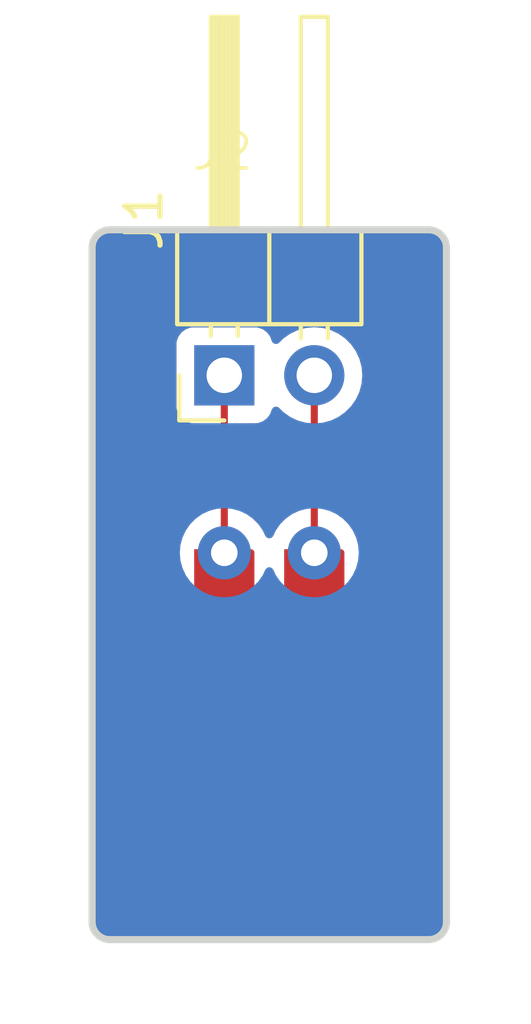
<source format=kicad_pcb>
(kicad_pcb (version 20221018) (generator pcbnew)
  (layers (0 "F.Cu" signal) (31 "B.Cu" signal) (34 "B.Paste" user) (35 "F.Paste" user) (36 "B.SilkS" user "B.Silkscreen") (37 "F.SilkS" user "F.Silkscreen") (38 "B.Mask" user) (39 "F.Mask" user) (44 "Edge.Cuts" user))
  (net 0 "")
  (net 1 "/+")
  (net 2 "/-")
  (footprint "Connector_PinHeader_2.54mm:PinHeader_1x02_P2.54mm_Horizontal" (layer "F.Cu") (at -1.27 0 90)
    (fp_text reference "J1" (at 4.385 -2.27 90) (layer "F.SilkS"))
    (fp_text value "Conn_01x02")
    (fp_line (start -1.27 -1.27) (end 0 -1.27) (stroke (width 0.12)) (layer "F.SilkS"))
    (fp_line (start -1.27 0) (end -1.27 -1.27) (stroke (width 0.12)) (layer "F.SilkS"))
    (fp_line (start 1.042929 2.16) (end 1.44 2.16) (stroke (width 0.12)) (layer "F.SilkS"))
    (fp_line (start 1.042929 2.92) (end 1.44 2.92) (stroke (width 0.12)) (layer "F.SilkS"))
    (fp_line (start 1.11 -0.38) (end 1.44 -0.38) (stroke (width 0.12)) (layer "F.SilkS"))
    (fp_line (start 1.11 0.38) (end 1.44 0.38) (stroke (width 0.12)) (layer "F.SilkS"))
    (fp_line (start 1.44 -1.33) (end 1.44 3.87) (stroke (width 0.12)) (layer "F.SilkS"))
    (fp_line (start 1.44 1.27) (end 4.1 1.27) (stroke (width 0.12)) (layer "F.SilkS"))
    (fp_line (start 1.44 3.87) (end 4.1 3.87) (stroke (width 0.12)) (layer "F.SilkS"))
    (fp_line (start 4.1 -1.33) (end 1.44 -1.33) (stroke (width 0.12)) (layer "F.SilkS"))
    (fp_line (start 4.1 -0.38) (end 10.1 -0.38) (stroke (width 0.12)) (layer "F.SilkS"))
    (fp_line (start 4.1 -0.32) (end 10.1 -0.32) (stroke (width 0.12)) (layer "F.SilkS"))
    (fp_line (start 4.1 -0.2) (end 10.1 -0.2) (stroke (width 0.12)) (layer "F.SilkS"))
    (fp_line (start 4.1 -0.08) (end 10.1 -0.08) (stroke (width 0.12)) (layer "F.SilkS"))
    (fp_line (start 4.1 0.04) (end 10.1 0.04) (stroke (width 0.12)) (layer "F.SilkS"))
    (fp_line (start 4.1 0.16) (end 10.1 0.16) (stroke (width 0.12)) (layer "F.SilkS"))
    (fp_line (start 4.1 0.28) (end 10.1 0.28) (stroke (width 0.12)) (layer "F.SilkS"))
    (fp_line (start 4.1 2.16) (end 10.1 2.16) (stroke (width 0.12)) (layer "F.SilkS"))
    (fp_line (start 4.1 3.87) (end 4.1 -1.33) (stroke (width 0.12)) (layer "F.SilkS"))
    (fp_line (start 10.1 -0.38) (end 10.1 0.38) (stroke (width 0.12)) (layer "F.SilkS"))
    (fp_line (start 10.1 0.38) (end 4.1 0.38) (stroke (width 0.12)) (layer "F.SilkS"))
    (fp_line (start 10.1 2.16) (end 10.1 2.92) (stroke (width 0.12)) (layer "F.SilkS"))
    (fp_line (start 10.1 2.92) (end 4.1 2.92) (stroke (width 0.12)) (layer "F.SilkS"))
    (pad "1" thru_hole rect (at 0 0 90) (size 1.7 1.7) (drill 1) (layers "*.Cu" "*.Mask") (net 1 "/+"))
    (pad "2" thru_hole oval (at 0 2.54 90) (size 1.7 1.7) (drill 1) (layers "*.Cu" "*.Mask") (net 2 "/-"))
  )
  (footprint "0_Library:Solder_pad" (layer "F.Cu") (at -1.27 5)
    (fp_text reference "J2" (at -0.05 -11.3 unlocked) (layer "F.SilkS") (effects (font (thickness 0.1))))
    (fp_text value "Conn_01x02")
    (fp_rect (start -0.75 0) (end 0.75 3) (stroke (width 0.2)) (fill solid) (layer "F.Cu"))
    (fp_rect (start 1.79 0) (end 3.29 3) (stroke (width 0.2)) (fill solid) (layer "F.Cu"))
    (pad "1" thru_hole circle (at 0 0) (size 1.5 1.5) (drill 0.75) (layers "*.Cu" "*.Mask") (net 1 "/+"))
    (pad "2" thru_hole circle (at 2.54 0) (size 1.5 1.5) (drill 0.75) (layers "*.Cu" "*.Mask") (net 2 "/-"))
  )
  (gr_arc (start -4.5 15.9) (mid -4.853553 15.753553) (end -5 15.4) (stroke (width 0.2)) (layer "Edge.Cuts"))
  (gr_arc (start 4.5 -4.1) (mid 4.853553 -3.953553) (end 5 -3.6) (stroke (width 0.2)) (layer "Edge.Cuts"))
  (gr_line (start 5 -3.6) (end 5 15.4) (stroke (width 0.2)) (layer "Edge.Cuts"))
  (gr_arc (start -5 -3.6) (mid -4.853553 -3.953553) (end -4.5 -4.1) (stroke (width 0.2)) (layer "Edge.Cuts"))
  (gr_line (start -5 15.4) (end -5 -3.6) (stroke (width 0.2)) (layer "Edge.Cuts"))
  (gr_line (start -4.5 -4.1) (end 4.5 -4.1) (stroke (width 0.2)) (layer "Edge.Cuts"))
  (gr_line (start 4.5 15.9) (end -4.5 15.9) (stroke (width 0.2)) (layer "Edge.Cuts"))
  (gr_arc (start 5 15.4) (mid 4.853553 15.753553) (end 4.5 15.9) (stroke (width 0.2)) (layer "Edge.Cuts"))
  (segment (start -1.27 0) (end -1.27 4.6) (width 0.2) (layer "F.Cu") (net 1))
  (segment (start 1.27 0) (end 1.27 4.6) (width 0.2) (layer "F.Cu") (net 2))
  (zone (net 0) (net_name "") (layers "F&B.Cu") (connect_pads (clearance 0.5)) (min_thickness 0.25) (fill yes (thermal_gap 0.5) (thermal_bridge_width 0.5) (island_removal_mode 1) (island_area_min 10))
    (polygon (pts (xy -6 -5.5) (xy 6.5 -5.5) (xy 7.4 18.3) (xy -7.6 18.3)))
  )
)
</source>
